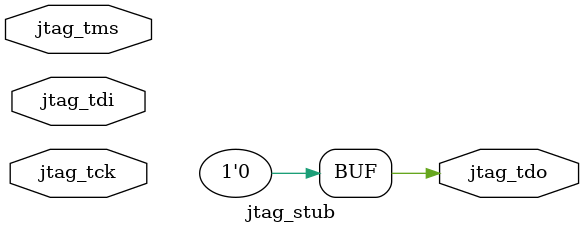
<source format=sv>
module jtag_stub (
  input  logic jtag_tck,
  input  logic jtag_tms,
  input  logic jtag_tdi,
  output logic jtag_tdo
);
  assign jtag_tdo = 1'b0;
endmodule

</source>
